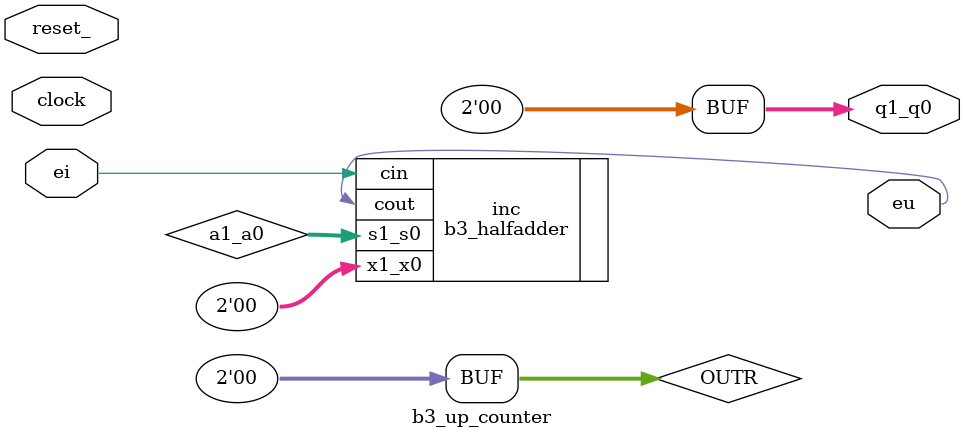
<source format=v>
module b3_up_counter(eu, q1_q0, ei, clock, reset_);
  input clock, reset_;
  input ei;
  output eu;
	output[1:0] q1_q0;
  
	reg[1:0] OUTR;
  assign q1_q0 = OUTR;	
  
	wire[1:0] a1_a0; // l'uscita dell'incrementatore
	b3_halfadder inc (
		.x1_x0(q1_q0), .cin(ei),
		.s1_s0(a1_a0), .cout(eu)
	);

  always @(reset_ == 0) #1 OUTR <= 0;
  always @(posedge clock) if (reset_==1) #2 OUTR <= a1_a0;
endmodule

</source>
